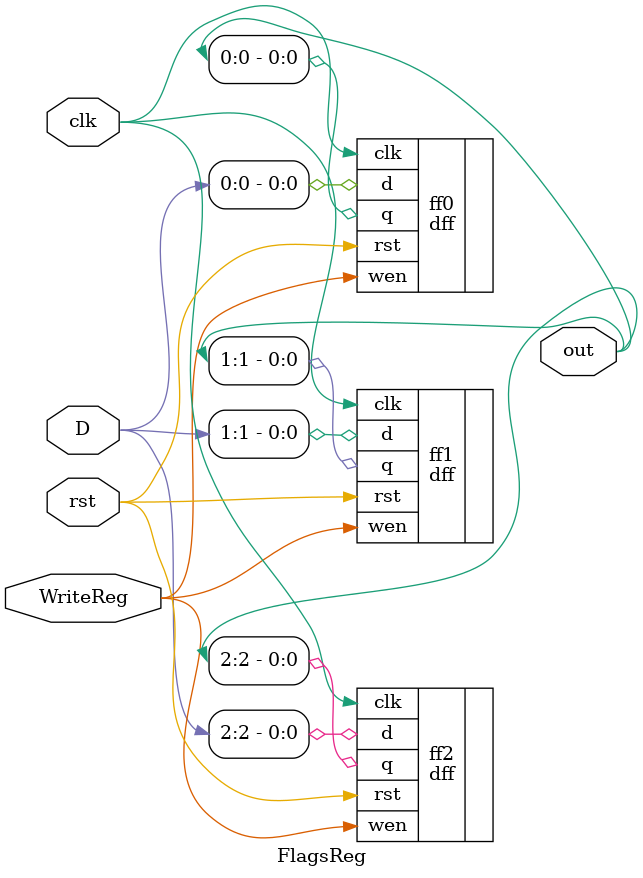
<source format=v>
module FlagsReg(input clk,  input rst, input [2:0] D, input WriteReg, output [2:0] out);

dff ff0(.q(out[0]),		.d(D[0]),	.wen(WriteReg), .clk(clk), .rst(rst));
dff ff1(.q(out[1]),		.d(D[1]),	.wen(WriteReg), .clk(clk), .rst(rst));
dff ff2(.q(out[2]),		.d(D[2]),	.wen(WriteReg), .clk(clk), .rst(rst));

endmodule
</source>
